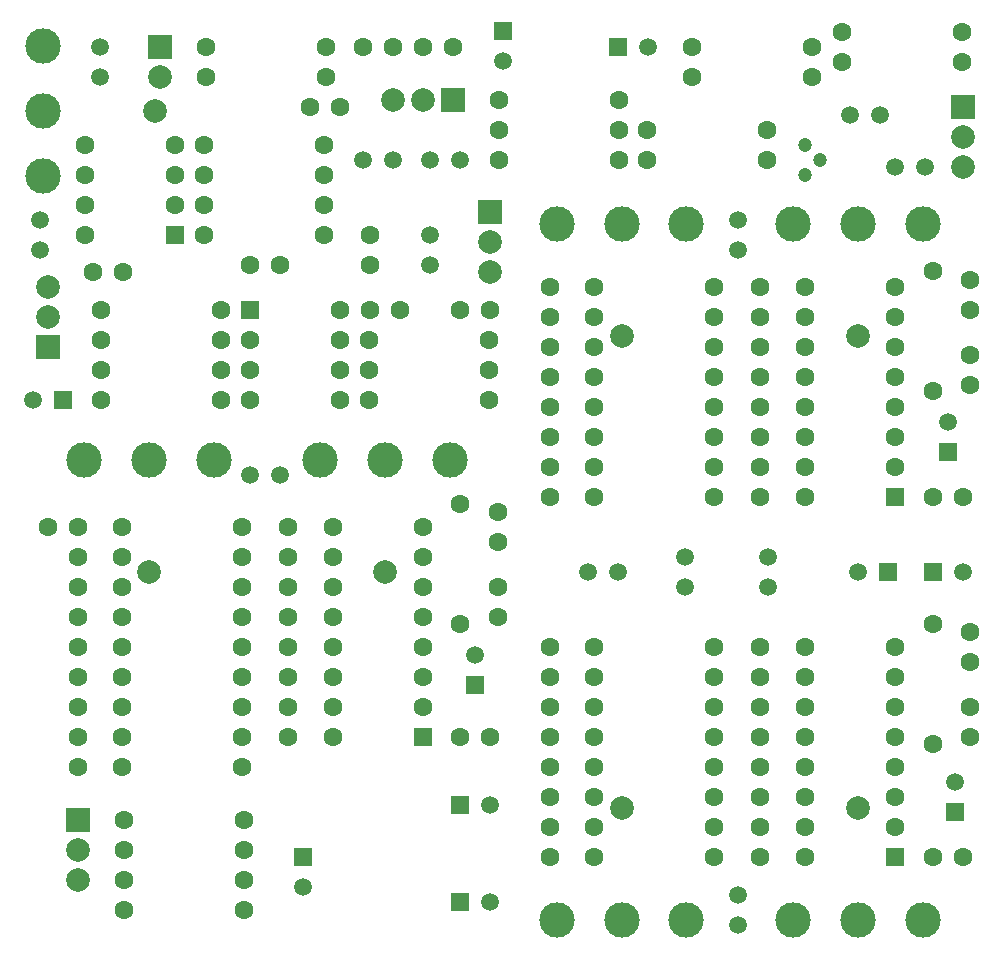
<source format=gbs>
G04 (created by PCBNEW (2013-jul-07)-stable) date So 13 Dez 2015 15:06:15 CET*
%MOIN*%
G04 Gerber Fmt 3.4, Leading zero omitted, Abs format*
%FSLAX34Y34*%
G01*
G70*
G90*
G04 APERTURE LIST*
%ADD10C,0.00590551*%
%ADD11C,0.0787402*%
%ADD12C,0.11811*%
%ADD13C,0.0629921*%
%ADD14R,0.0787402X0.0787402*%
%ADD15R,0.0629921X0.0629921*%
%ADD16C,0.0590551*%
%ADD17R,0.0590551X0.0590551*%
%ADD18C,0.0472441*%
G04 APERTURE END LIST*
G54D10*
G54D11*
X51574Y-25393D03*
G54D12*
X72834Y-29133D03*
X75000Y-29133D03*
X77165Y-29133D03*
X77165Y-52362D03*
X75000Y-52362D03*
X72834Y-52362D03*
X47834Y-27559D03*
X47834Y-25393D03*
X47834Y-23228D03*
X69291Y-52362D03*
X67125Y-52362D03*
X64960Y-52362D03*
X49212Y-37007D03*
X51377Y-37007D03*
X53543Y-37007D03*
X64960Y-29133D03*
X67125Y-29133D03*
X69291Y-29133D03*
X57086Y-37007D03*
X59251Y-37007D03*
X61417Y-37007D03*
G54D13*
X63031Y-25000D03*
X67031Y-25000D03*
X74471Y-23750D03*
X78471Y-23750D03*
X73469Y-23250D03*
X69469Y-23250D03*
X61750Y-42469D03*
X61750Y-38469D03*
X71969Y-27000D03*
X67969Y-27000D03*
X50531Y-50000D03*
X54531Y-50000D03*
X54469Y-40250D03*
X50469Y-40250D03*
X50531Y-51000D03*
X54531Y-51000D03*
X54469Y-39250D03*
X50469Y-39250D03*
X78469Y-22750D03*
X74469Y-22750D03*
X66221Y-49250D03*
X70221Y-49250D03*
X50481Y-47250D03*
X54481Y-47250D03*
X67971Y-26000D03*
X71971Y-26000D03*
X54469Y-44250D03*
X50469Y-44250D03*
X53281Y-23250D03*
X57281Y-23250D03*
X63031Y-27000D03*
X67031Y-27000D03*
X53281Y-24250D03*
X57281Y-24250D03*
X67029Y-26000D03*
X63029Y-26000D03*
X57219Y-26500D03*
X53219Y-26500D03*
X57219Y-29500D03*
X53219Y-29500D03*
X57219Y-27500D03*
X53219Y-27500D03*
X57219Y-28500D03*
X53219Y-28500D03*
X49781Y-32000D03*
X53781Y-32000D03*
X62719Y-33000D03*
X58719Y-33000D03*
X62719Y-35000D03*
X58719Y-35000D03*
X62719Y-34000D03*
X58719Y-34000D03*
X77500Y-46469D03*
X77500Y-42469D03*
X49781Y-35000D03*
X53781Y-35000D03*
X53779Y-34000D03*
X49779Y-34000D03*
X49781Y-33000D03*
X53781Y-33000D03*
X66221Y-35250D03*
X70221Y-35250D03*
X70219Y-32250D03*
X66219Y-32250D03*
X70219Y-31250D03*
X66219Y-31250D03*
X70219Y-33250D03*
X66219Y-33250D03*
X69471Y-24250D03*
X73471Y-24250D03*
X70219Y-36250D03*
X66219Y-36250D03*
X70219Y-34250D03*
X66219Y-34250D03*
X66221Y-37250D03*
X70221Y-37250D03*
X66221Y-38250D03*
X70221Y-38250D03*
X77500Y-34719D03*
X77500Y-30719D03*
X66221Y-43250D03*
X70221Y-43250D03*
X70219Y-46250D03*
X66219Y-46250D03*
X50481Y-45250D03*
X54481Y-45250D03*
X70219Y-45250D03*
X66219Y-45250D03*
X54469Y-43250D03*
X50469Y-43250D03*
X54469Y-41250D03*
X50469Y-41250D03*
X54469Y-42250D03*
X50469Y-42250D03*
X50481Y-46250D03*
X54481Y-46250D03*
X70219Y-44250D03*
X66219Y-44250D03*
X66221Y-50250D03*
X70221Y-50250D03*
X70219Y-48250D03*
X66219Y-48250D03*
X70219Y-47250D03*
X66219Y-47250D03*
G54D14*
X49000Y-49000D03*
G54D11*
X49000Y-50000D03*
X49000Y-51000D03*
G54D14*
X48000Y-33250D03*
G54D11*
X48000Y-32250D03*
X48000Y-31250D03*
G54D14*
X78500Y-25250D03*
G54D11*
X78500Y-26250D03*
X78500Y-27250D03*
G54D14*
X62750Y-28750D03*
G54D11*
X62750Y-29750D03*
X62750Y-30750D03*
G54D14*
X61500Y-25000D03*
G54D11*
X60500Y-25000D03*
X59500Y-25000D03*
G54D14*
X51750Y-23250D03*
G54D11*
X51750Y-24250D03*
G54D15*
X52250Y-29500D03*
G54D13*
X52250Y-28500D03*
X52250Y-27500D03*
X52250Y-26500D03*
X49250Y-26500D03*
X49250Y-27500D03*
X49250Y-28500D03*
X49250Y-29500D03*
G54D15*
X54750Y-32000D03*
G54D13*
X54750Y-33000D03*
X54750Y-34000D03*
X54750Y-35000D03*
X57750Y-35000D03*
X57750Y-34000D03*
X57750Y-33000D03*
X57750Y-32000D03*
G54D15*
X76250Y-38250D03*
G54D13*
X76250Y-37250D03*
X76250Y-36250D03*
X76250Y-35250D03*
X76250Y-34250D03*
X76250Y-33250D03*
X76250Y-32250D03*
X76250Y-31250D03*
X73250Y-31250D03*
X73250Y-32250D03*
X73250Y-33250D03*
X73250Y-34250D03*
X73250Y-35250D03*
X73250Y-36250D03*
X73250Y-37250D03*
X73250Y-38250D03*
G54D15*
X76250Y-50250D03*
G54D13*
X76250Y-49250D03*
X76250Y-48250D03*
X76250Y-47250D03*
X76250Y-46250D03*
X76250Y-45250D03*
X76250Y-44250D03*
X76250Y-43250D03*
X73250Y-43250D03*
X73250Y-44250D03*
X73250Y-45250D03*
X73250Y-46250D03*
X73250Y-47250D03*
X73250Y-48250D03*
X73250Y-49250D03*
X73250Y-50250D03*
G54D15*
X60500Y-46250D03*
G54D13*
X60500Y-45250D03*
X60500Y-44250D03*
X60500Y-43250D03*
X60500Y-42250D03*
X60500Y-41250D03*
X60500Y-40250D03*
X60500Y-39250D03*
X57500Y-39250D03*
X57500Y-40250D03*
X57500Y-41250D03*
X57500Y-42250D03*
X57500Y-43250D03*
X57500Y-44250D03*
X57500Y-45250D03*
X57500Y-46250D03*
X50531Y-52000D03*
X54531Y-52000D03*
X50531Y-49000D03*
X54531Y-49000D03*
G54D16*
X68000Y-23250D03*
G54D17*
X67000Y-23250D03*
G54D16*
X75000Y-40750D03*
G54D17*
X76000Y-40750D03*
G54D16*
X78000Y-35750D03*
G54D17*
X78000Y-36750D03*
G54D16*
X63188Y-23728D03*
G54D17*
X63188Y-22728D03*
G54D16*
X62750Y-51750D03*
G54D17*
X61750Y-51750D03*
G54D16*
X47500Y-35000D03*
G54D17*
X48500Y-35000D03*
G54D16*
X78250Y-47750D03*
G54D17*
X78250Y-48750D03*
G54D16*
X56500Y-51250D03*
G54D17*
X56500Y-50250D03*
G54D16*
X62250Y-43500D03*
G54D17*
X62250Y-44500D03*
G54D16*
X62750Y-48500D03*
G54D17*
X61750Y-48500D03*
G54D16*
X78500Y-40750D03*
G54D17*
X77500Y-40750D03*
G54D16*
X49750Y-24250D03*
X49750Y-23250D03*
X69250Y-40250D03*
X69250Y-41250D03*
X71000Y-29000D03*
X71000Y-30000D03*
X47750Y-29000D03*
X47750Y-30000D03*
X71000Y-52500D03*
X71000Y-51500D03*
X55750Y-37500D03*
X54750Y-37500D03*
X60750Y-29500D03*
X60750Y-30500D03*
X67000Y-40750D03*
X66000Y-40750D03*
X72000Y-40250D03*
X72000Y-41250D03*
G54D13*
X78500Y-38250D03*
X77500Y-38250D03*
X78750Y-45250D03*
X78750Y-46250D03*
X78750Y-43750D03*
X78750Y-42750D03*
X64750Y-34250D03*
X64750Y-33250D03*
X78750Y-33500D03*
X78750Y-34500D03*
X78500Y-50250D03*
X77500Y-50250D03*
X64750Y-43250D03*
X64750Y-44250D03*
X78750Y-31000D03*
X78750Y-32000D03*
X71750Y-31250D03*
X71750Y-32250D03*
X64750Y-37250D03*
X64750Y-38250D03*
X64750Y-32250D03*
X64750Y-31250D03*
X71750Y-38250D03*
X71750Y-37250D03*
X58750Y-32000D03*
X59750Y-32000D03*
X71750Y-36250D03*
X71750Y-35250D03*
X71750Y-33250D03*
X71750Y-34250D03*
X58750Y-30500D03*
X58750Y-29500D03*
X49000Y-44250D03*
X49000Y-45250D03*
X49500Y-30750D03*
X50500Y-30750D03*
X55750Y-30500D03*
X54750Y-30500D03*
X62750Y-32000D03*
X61750Y-32000D03*
X56750Y-25250D03*
X57750Y-25250D03*
X59500Y-23250D03*
X58500Y-23250D03*
X60500Y-23250D03*
X61500Y-23250D03*
X62750Y-46250D03*
X61750Y-46250D03*
X63000Y-41250D03*
X63000Y-42250D03*
X63000Y-38750D03*
X63000Y-39750D03*
X49000Y-40250D03*
X49000Y-41250D03*
X49000Y-47250D03*
X49000Y-46250D03*
X64750Y-36250D03*
X64750Y-35250D03*
X64750Y-47250D03*
X64750Y-48250D03*
X71750Y-43250D03*
X71750Y-44250D03*
X71735Y-45245D03*
X71735Y-46245D03*
X71735Y-48245D03*
X71735Y-47245D03*
X71735Y-50245D03*
X71735Y-49245D03*
X48000Y-39250D03*
X49000Y-39250D03*
X49000Y-43250D03*
X49000Y-42250D03*
X56000Y-46250D03*
X56000Y-45250D03*
X56000Y-44250D03*
X56000Y-43250D03*
X64750Y-46250D03*
X64750Y-45250D03*
X56000Y-41250D03*
X56000Y-42250D03*
X56000Y-39250D03*
X56000Y-40250D03*
X64750Y-49250D03*
X64750Y-50250D03*
G54D11*
X67125Y-48622D03*
X75000Y-48622D03*
X51377Y-40748D03*
X59251Y-40748D03*
X75000Y-32874D03*
X67125Y-32874D03*
G54D18*
X73750Y-27000D03*
X73250Y-27500D03*
X73250Y-26500D03*
G54D16*
X60750Y-27000D03*
X61750Y-27000D03*
X58500Y-27000D03*
X59500Y-27000D03*
X77250Y-27250D03*
X76250Y-27250D03*
X75750Y-25500D03*
X74750Y-25500D03*
M02*

</source>
